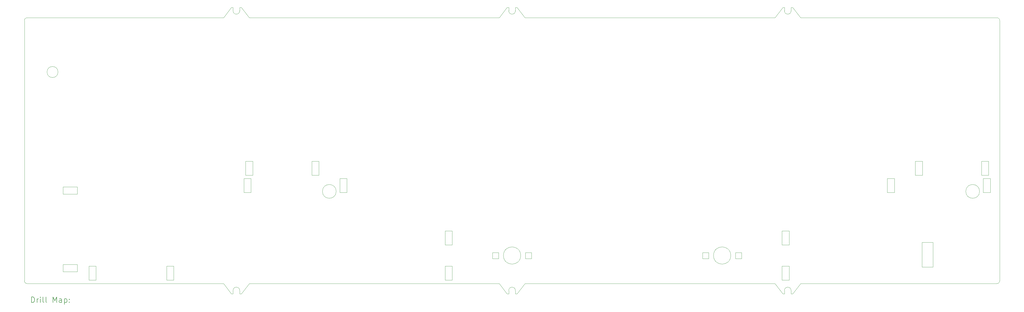
<source format=gbr>
%FSLAX45Y45*%
G04 Gerber Fmt 4.5, Leading zero omitted, Abs format (unit mm)*
G04 Created by KiCad (PCBNEW (6.0.0)) date 2022-03-08 15:06:07*
%MOMM*%
%LPD*%
G01*
G04 APERTURE LIST*
%TA.AperFunction,Profile*%
%ADD10C,0.100000*%
%TD*%
%TA.AperFunction,Profile*%
%ADD11C,0.010000*%
%TD*%
%ADD12C,0.200000*%
G04 APERTURE END LIST*
D10*
X37436250Y-9100000D02*
G75*
G03*
X37436250Y-9100000I-250000J0D01*
G01*
D11*
X4705000Y-8937500D02*
X4705000Y-9197500D01*
X4195000Y-11757500D02*
X4195000Y-12017500D01*
X4195000Y-12017500D02*
X4705000Y-12017500D01*
X10750625Y-9140000D02*
X11010625Y-9140000D01*
X10750625Y-8630000D02*
X10750625Y-9140000D01*
X4705000Y-11757500D02*
X4195000Y-11757500D01*
X4705000Y-12017500D02*
X4705000Y-11757500D01*
X4705000Y-9197500D02*
X4195000Y-9197500D01*
X4195000Y-8937500D02*
X4705000Y-8937500D01*
X4195000Y-9197500D02*
X4195000Y-8937500D01*
D10*
X35350000Y-10950000D02*
X35750000Y-10950000D01*
X35750000Y-10950000D02*
X35750000Y-11850000D01*
D11*
X19991250Y-11320000D02*
X19991250Y-11540000D01*
X38067500Y-12450000D02*
G75*
G03*
X38167500Y-12350000I0J100000D01*
G01*
X37763125Y-8005000D02*
X37763125Y-8515000D01*
X37763125Y-8515000D02*
X37503125Y-8515000D01*
X10658750Y-12825000D02*
X10943750Y-12450000D01*
X10598750Y-2540000D02*
X10598750Y-2465000D01*
X30013750Y-12450000D02*
X20943750Y-12450000D01*
X10598750Y-2415000D02*
X10598750Y-2465000D01*
X5127500Y-11815000D02*
X5127500Y-12325000D01*
X30598750Y-2540000D02*
X30598750Y-2415000D01*
X20791250Y-11430000D02*
G75*
G03*
X20791250Y-11430000I-312500J0D01*
G01*
X20298750Y-2415000D02*
X20013750Y-2790000D01*
X30658750Y-2415000D02*
X30598750Y-2415000D01*
X35103125Y-8005000D02*
X35103125Y-8515000D01*
X19991250Y-11540000D02*
X19771250Y-11540000D01*
X19771250Y-11540000D02*
X19771250Y-11320000D01*
X21186250Y-11540000D02*
X20966250Y-11540000D01*
X5387500Y-11815000D02*
X5127500Y-11815000D01*
D10*
X35350000Y-11850000D02*
X35750000Y-11850000D01*
D11*
X20598750Y-12700000D02*
G75*
G03*
X20358750Y-12700000I-120000J0D01*
G01*
X37503125Y-8515000D02*
X37503125Y-8005000D01*
X18048750Y-11815000D02*
X18048750Y-12325000D01*
X20658750Y-2415000D02*
X20943750Y-2790000D01*
X5127500Y-12325000D02*
X5387500Y-12325000D01*
X2890000Y-2790000D02*
G75*
G03*
X2790000Y-2890000I0J-100000D01*
G01*
X10598750Y-12700000D02*
X10598750Y-12775000D01*
X35363125Y-8005000D02*
X35103125Y-8005000D01*
X30268750Y-11045000D02*
X30268750Y-10535000D01*
X30013750Y-2790000D02*
X20943750Y-2790000D01*
X10658750Y-12825000D02*
X10598750Y-12825000D01*
X14490625Y-9140000D02*
X14230625Y-9140000D01*
X34086875Y-8630000D02*
X34086875Y-9140000D01*
X30358750Y-2540000D02*
X30358750Y-2415000D01*
X30528750Y-11815000D02*
X30528750Y-12325000D01*
X18308750Y-12325000D02*
X18308750Y-11815000D01*
X18308750Y-11045000D02*
X18048750Y-11045000D01*
X8207500Y-11815000D02*
X8207500Y-12325000D01*
X18048750Y-10535000D02*
X18308750Y-10535000D01*
X13214375Y-8005000D02*
X13474375Y-8005000D01*
X34346875Y-8630000D02*
X34086875Y-8630000D01*
X27611250Y-11540000D02*
X27611250Y-11320000D01*
X7947500Y-11815000D02*
X8207500Y-11815000D01*
X11010625Y-9140000D02*
X11010625Y-8630000D01*
X28586250Y-11540000D02*
X28806250Y-11540000D01*
X20966250Y-11540000D02*
X20966250Y-11320000D01*
X30598750Y-12700000D02*
X30598750Y-12825000D01*
X37826875Y-8630000D02*
X37826875Y-9140000D01*
X20658750Y-12825000D02*
X20943750Y-12450000D01*
X35103125Y-8515000D02*
X35363125Y-8515000D01*
X34346875Y-9140000D02*
X34346875Y-8630000D01*
X30598750Y-12700000D02*
G75*
G03*
X30358750Y-12700000I-120000J0D01*
G01*
X2790000Y-12350000D02*
G75*
G03*
X2890000Y-12450000I100000J0D01*
G01*
X10298750Y-2415000D02*
X10358750Y-2415000D01*
X30528750Y-12325000D02*
X30268750Y-12325000D01*
X30268750Y-11815000D02*
X30528750Y-11815000D01*
X10598750Y-12700000D02*
G75*
G03*
X10358750Y-12700000I-120000J0D01*
G01*
X5387500Y-12325000D02*
X5387500Y-11815000D01*
X30298750Y-12825000D02*
X30013750Y-12450000D01*
X37566875Y-8630000D02*
X37826875Y-8630000D01*
X2790000Y-12350000D02*
X2790000Y-2890000D01*
X11074375Y-8515000D02*
X11074375Y-8005000D01*
X20358750Y-2540000D02*
X20358750Y-2415000D01*
X11010625Y-8630000D02*
X10750625Y-8630000D01*
X13474375Y-8005000D02*
X13474375Y-8515000D01*
X30358750Y-2540000D02*
G75*
G03*
X30598750Y-2540000I120000J0D01*
G01*
X20013750Y-2790000D02*
X10943750Y-2790000D01*
X21186250Y-11320000D02*
X21186250Y-11540000D01*
D10*
X4010000Y-4762500D02*
G75*
G03*
X4010000Y-4762500I-200000J0D01*
G01*
D11*
X14230625Y-8630000D02*
X14490625Y-8630000D01*
X30298750Y-2415000D02*
X30013750Y-2790000D01*
X30658750Y-12825000D02*
X30598750Y-12825000D01*
X11074375Y-8005000D02*
X10814375Y-8005000D01*
X10358750Y-2415000D02*
X10358750Y-2465000D01*
X28411250Y-11430000D02*
G75*
G03*
X28411250Y-11430000I-312500J0D01*
G01*
X10814375Y-8005000D02*
X10814375Y-8515000D01*
X37826875Y-9140000D02*
X37566875Y-9140000D01*
X38167500Y-12350000D02*
X38167500Y-2890000D01*
X30658750Y-12825000D02*
X30943750Y-12450000D01*
X18048750Y-12325000D02*
X18308750Y-12325000D01*
X30358750Y-12700000D02*
X30358750Y-12825000D01*
X7947500Y-12325000D02*
X7947500Y-11815000D01*
X10298750Y-12825000D02*
X10358750Y-12825000D01*
X13474375Y-8515000D02*
X13214375Y-8515000D01*
X34086875Y-9140000D02*
X34346875Y-9140000D01*
D10*
X35350000Y-10950000D02*
X35350000Y-11850000D01*
D11*
X14490625Y-8630000D02*
X14490625Y-9140000D01*
X10298750Y-2415000D02*
X10013750Y-2790000D01*
D10*
X14100000Y-9100000D02*
G75*
G03*
X14100000Y-9100000I-250000J0D01*
G01*
D11*
X30298750Y-2415000D02*
X30358750Y-2415000D01*
X10814375Y-8515000D02*
X11074375Y-8515000D01*
X14230625Y-9140000D02*
X14230625Y-8630000D01*
X28806250Y-11320000D02*
X28586250Y-11320000D01*
X20658750Y-12825000D02*
X20598750Y-12825000D01*
X20658750Y-2415000D02*
X20598750Y-2415000D01*
X18308750Y-10535000D02*
X18308750Y-11045000D01*
X10358750Y-2540000D02*
X10358750Y-2465000D01*
X18308750Y-11815000D02*
X18048750Y-11815000D01*
X30528750Y-11045000D02*
X30268750Y-11045000D01*
X20966250Y-11320000D02*
X21186250Y-11320000D01*
X27391250Y-11320000D02*
X27391250Y-11540000D01*
X30268750Y-10535000D02*
X30528750Y-10535000D01*
X20298750Y-12825000D02*
X20013750Y-12450000D01*
X37503125Y-8005000D02*
X37763125Y-8005000D01*
X38067500Y-12450000D02*
X30943750Y-12450000D01*
X19771250Y-11320000D02*
X19991250Y-11320000D01*
X30658750Y-2415000D02*
X30943750Y-2790000D01*
X10013750Y-12450000D02*
X2890000Y-12450000D01*
X30268750Y-12325000D02*
X30268750Y-11815000D01*
X18048750Y-11045000D02*
X18048750Y-10535000D01*
X10598750Y-12825000D02*
X10598750Y-12775000D01*
X27391250Y-11540000D02*
X27611250Y-11540000D01*
X30298750Y-12825000D02*
X30358750Y-12825000D01*
X30528750Y-10535000D02*
X30528750Y-11045000D01*
X20013750Y-12450000D02*
X10943750Y-12450000D01*
X8207500Y-12325000D02*
X7947500Y-12325000D01*
X20298750Y-12825000D02*
X20358750Y-12825000D01*
X10358750Y-2540000D02*
G75*
G03*
X10598750Y-2540000I120000J0D01*
G01*
X10358750Y-12700000D02*
X10358750Y-12775000D01*
X28806250Y-11540000D02*
X28806250Y-11320000D01*
X20358750Y-2540000D02*
G75*
G03*
X20598750Y-2540000I120000J0D01*
G01*
X20598750Y-2540000D02*
X20598750Y-2415000D01*
X10013750Y-2790000D02*
X2890000Y-2790000D01*
X10358750Y-12825000D02*
X10358750Y-12775000D01*
X35363125Y-8515000D02*
X35363125Y-8005000D01*
X37566875Y-9140000D02*
X37566875Y-8630000D01*
X10658750Y-2415000D02*
X10598750Y-2415000D01*
X20598750Y-12700000D02*
X20598750Y-12825000D01*
X27611250Y-11320000D02*
X27391250Y-11320000D01*
X38167500Y-2890000D02*
G75*
G03*
X38067500Y-2790000I-100000J0D01*
G01*
X38067500Y-2790000D02*
X30943750Y-2790000D01*
X10658750Y-2415000D02*
X10943750Y-2790000D01*
X13214375Y-8515000D02*
X13214375Y-8005000D01*
X10298750Y-12825000D02*
X10013750Y-12450000D01*
X20298750Y-2415000D02*
X20358750Y-2415000D01*
X28586250Y-11320000D02*
X28586250Y-11540000D01*
X20358750Y-12700000D02*
X20358750Y-12825000D01*
D12*
X3047119Y-13135976D02*
X3047119Y-12935976D01*
X3094738Y-12935976D01*
X3123309Y-12945500D01*
X3142357Y-12964548D01*
X3151881Y-12983595D01*
X3161405Y-13021690D01*
X3161405Y-13050262D01*
X3151881Y-13088357D01*
X3142357Y-13107405D01*
X3123309Y-13126452D01*
X3094738Y-13135976D01*
X3047119Y-13135976D01*
X3247119Y-13135976D02*
X3247119Y-13002643D01*
X3247119Y-13040738D02*
X3256643Y-13021690D01*
X3266167Y-13012167D01*
X3285214Y-13002643D01*
X3304262Y-13002643D01*
X3370928Y-13135976D02*
X3370928Y-13002643D01*
X3370928Y-12935976D02*
X3361405Y-12945500D01*
X3370928Y-12955024D01*
X3380452Y-12945500D01*
X3370928Y-12935976D01*
X3370928Y-12955024D01*
X3494738Y-13135976D02*
X3475690Y-13126452D01*
X3466167Y-13107405D01*
X3466167Y-12935976D01*
X3599500Y-13135976D02*
X3580452Y-13126452D01*
X3570928Y-13107405D01*
X3570928Y-12935976D01*
X3828071Y-13135976D02*
X3828071Y-12935976D01*
X3894738Y-13078833D01*
X3961405Y-12935976D01*
X3961405Y-13135976D01*
X4142357Y-13135976D02*
X4142357Y-13031214D01*
X4132833Y-13012167D01*
X4113786Y-13002643D01*
X4075690Y-13002643D01*
X4056643Y-13012167D01*
X4142357Y-13126452D02*
X4123309Y-13135976D01*
X4075690Y-13135976D01*
X4056643Y-13126452D01*
X4047119Y-13107405D01*
X4047119Y-13088357D01*
X4056643Y-13069309D01*
X4075690Y-13059786D01*
X4123309Y-13059786D01*
X4142357Y-13050262D01*
X4237595Y-13002643D02*
X4237595Y-13202643D01*
X4237595Y-13012167D02*
X4256643Y-13002643D01*
X4294738Y-13002643D01*
X4313786Y-13012167D01*
X4323310Y-13021690D01*
X4332833Y-13040738D01*
X4332833Y-13097881D01*
X4323310Y-13116928D01*
X4313786Y-13126452D01*
X4294738Y-13135976D01*
X4256643Y-13135976D01*
X4237595Y-13126452D01*
X4418548Y-13116928D02*
X4428071Y-13126452D01*
X4418548Y-13135976D01*
X4409024Y-13126452D01*
X4418548Y-13116928D01*
X4418548Y-13135976D01*
X4418548Y-13012167D02*
X4428071Y-13021690D01*
X4418548Y-13031214D01*
X4409024Y-13021690D01*
X4418548Y-13012167D01*
X4418548Y-13031214D01*
M02*

</source>
